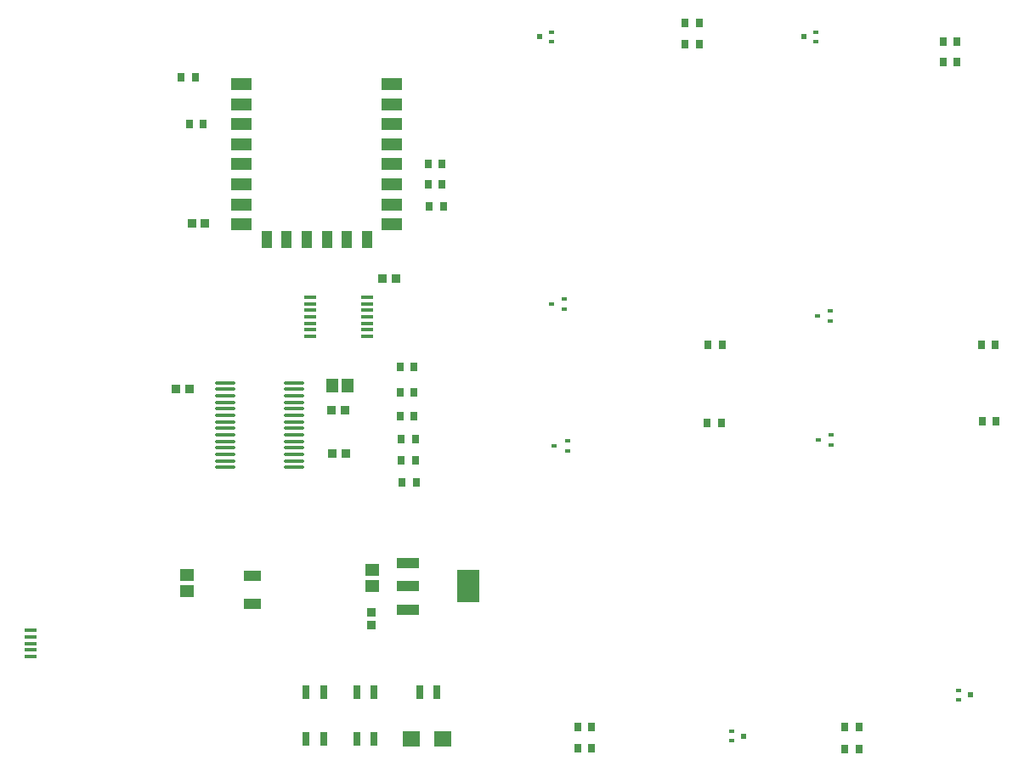
<source format=gtp>
G04*
G04 #@! TF.GenerationSoftware,Altium Limited,Altium Designer,19.1.5 (86)*
G04*
G04 Layer_Color=8421504*
%FSLAX25Y25*%
%MOIN*%
G70*
G01*
G75*
%ADD19R,0.01968X0.01772*%
%ADD20R,0.01968X0.01968*%
%ADD21R,0.02756X0.03543*%
%ADD22R,0.03347X0.03740*%
%ADD23R,0.08661X0.12992*%
%ADD24R,0.08661X0.03937*%
%ADD25R,0.05020X0.01772*%
%ADD26R,0.04331X0.06693*%
%ADD27R,0.07874X0.04724*%
%ADD28O,0.08268X0.01378*%
%ADD29R,0.03150X0.05512*%
G04:AMPARAMS|DCode=30|XSize=15.75mil|YSize=47.24mil|CornerRadius=1.97mil|HoleSize=0mil|Usage=FLASHONLY|Rotation=90.000|XOffset=0mil|YOffset=0mil|HoleType=Round|Shape=RoundedRectangle|*
%AMROUNDEDRECTD30*
21,1,0.01575,0.04331,0,0,90.0*
21,1,0.01181,0.04724,0,0,90.0*
1,1,0.00394,0.02165,0.00591*
1,1,0.00394,0.02165,-0.00591*
1,1,0.00394,-0.02165,-0.00591*
1,1,0.00394,-0.02165,0.00591*
%
%ADD30ROUNDEDRECTD30*%
%ADD31R,0.02008X0.01575*%
%ADD32R,0.06890X0.05906*%
%ADD33R,0.03740X0.03347*%
%ADD34R,0.05709X0.05118*%
%ADD35R,0.05118X0.05709*%
%ADD36R,0.07087X0.03937*%
D19*
X330315Y293110D02*
D03*
Y296654D02*
D03*
X226772D02*
D03*
Y293110D02*
D03*
X297244Y22244D02*
D03*
Y18701D02*
D03*
X386221Y34843D02*
D03*
Y38386D02*
D03*
D20*
X325590Y294882D02*
D03*
X222047D02*
D03*
X301969Y20472D02*
D03*
X390945Y36614D02*
D03*
D21*
X400787Y174016D02*
D03*
X395276D02*
D03*
X401181Y144095D02*
D03*
X395669D02*
D03*
X293307Y143307D02*
D03*
X287795D02*
D03*
X293701Y174016D02*
D03*
X288189D02*
D03*
X87008Y279134D02*
D03*
X81496D02*
D03*
X178347Y244882D02*
D03*
X183858D02*
D03*
X172835Y155512D02*
D03*
X167323D02*
D03*
X172835Y165354D02*
D03*
X167323D02*
D03*
X84646Y260630D02*
D03*
X90158D02*
D03*
X183858Y237008D02*
D03*
X178347D02*
D03*
X178740Y228346D02*
D03*
X184252D02*
D03*
X167717Y137008D02*
D03*
X173228D02*
D03*
X380315Y292913D02*
D03*
X385827D02*
D03*
X167323Y146063D02*
D03*
X172835D02*
D03*
X279134Y300394D02*
D03*
X284646D02*
D03*
X167717Y128740D02*
D03*
X173228D02*
D03*
X173622Y120079D02*
D03*
X168110D02*
D03*
X242520Y15748D02*
D03*
X237008D02*
D03*
X347244Y15354D02*
D03*
X341732D02*
D03*
X385827Y285039D02*
D03*
X380315D02*
D03*
X237008Y24016D02*
D03*
X242520D02*
D03*
X341732D02*
D03*
X347244D02*
D03*
X284646Y292126D02*
D03*
X279134D02*
D03*
D22*
X140650Y131496D02*
D03*
X145965D02*
D03*
X84547Y156693D02*
D03*
X79232D02*
D03*
X165650Y200000D02*
D03*
X160335D02*
D03*
X85532Y221654D02*
D03*
X90847D02*
D03*
X140354Y148425D02*
D03*
X145669D02*
D03*
D23*
X194134Y79232D02*
D03*
D24*
X170512Y70177D02*
D03*
Y79232D02*
D03*
Y88288D02*
D03*
D25*
X22441Y54232D02*
D03*
Y56791D02*
D03*
Y59350D02*
D03*
Y51673D02*
D03*
Y61909D02*
D03*
D26*
X154331Y215354D02*
D03*
X146457D02*
D03*
X138583D02*
D03*
X130709D02*
D03*
X122835D02*
D03*
X114961D02*
D03*
D27*
X164173Y276378D02*
D03*
Y268504D02*
D03*
Y260630D02*
D03*
Y252756D02*
D03*
Y244882D02*
D03*
Y237008D02*
D03*
Y229134D02*
D03*
Y221260D02*
D03*
X105118D02*
D03*
Y229134D02*
D03*
Y237008D02*
D03*
Y244882D02*
D03*
Y252756D02*
D03*
Y260630D02*
D03*
Y268504D02*
D03*
Y276378D02*
D03*
D28*
X125787Y125886D02*
D03*
Y128445D02*
D03*
Y131004D02*
D03*
Y133563D02*
D03*
Y136122D02*
D03*
Y138681D02*
D03*
Y141240D02*
D03*
Y143799D02*
D03*
Y146358D02*
D03*
Y148917D02*
D03*
Y151476D02*
D03*
Y154035D02*
D03*
Y156595D02*
D03*
Y159153D02*
D03*
X98622Y125886D02*
D03*
Y128445D02*
D03*
Y131004D02*
D03*
Y133563D02*
D03*
Y136122D02*
D03*
Y138681D02*
D03*
Y141240D02*
D03*
Y143799D02*
D03*
Y146358D02*
D03*
Y148917D02*
D03*
Y151476D02*
D03*
Y154035D02*
D03*
Y156595D02*
D03*
Y159153D02*
D03*
D29*
X175000Y37795D02*
D03*
X181693D02*
D03*
X156890Y19291D02*
D03*
X150197D02*
D03*
Y37795D02*
D03*
X156890D02*
D03*
X130512D02*
D03*
X137205D02*
D03*
Y19291D02*
D03*
X130512D02*
D03*
D30*
X154528Y177362D02*
D03*
Y179921D02*
D03*
Y182480D02*
D03*
Y185039D02*
D03*
Y187598D02*
D03*
Y190157D02*
D03*
Y192717D02*
D03*
X132087Y177362D02*
D03*
Y179921D02*
D03*
Y182480D02*
D03*
Y185039D02*
D03*
Y187598D02*
D03*
Y190157D02*
D03*
Y192717D02*
D03*
D31*
X331299Y136614D02*
D03*
X336417Y138583D02*
D03*
Y134646D02*
D03*
X227756Y134252D02*
D03*
X232874Y136221D02*
D03*
Y132283D02*
D03*
X226575Y190157D02*
D03*
X231693Y192126D02*
D03*
Y188189D02*
D03*
X330906Y185433D02*
D03*
X336024Y187402D02*
D03*
Y183465D02*
D03*
D32*
X184153Y19291D02*
D03*
X171752D02*
D03*
D33*
X155905Y69193D02*
D03*
Y63878D02*
D03*
D34*
X83858Y77402D02*
D03*
Y83701D02*
D03*
X156299Y85827D02*
D03*
Y79528D02*
D03*
D35*
X146850Y157874D02*
D03*
X140551D02*
D03*
D36*
X109449Y72441D02*
D03*
Y83465D02*
D03*
M02*

</source>
